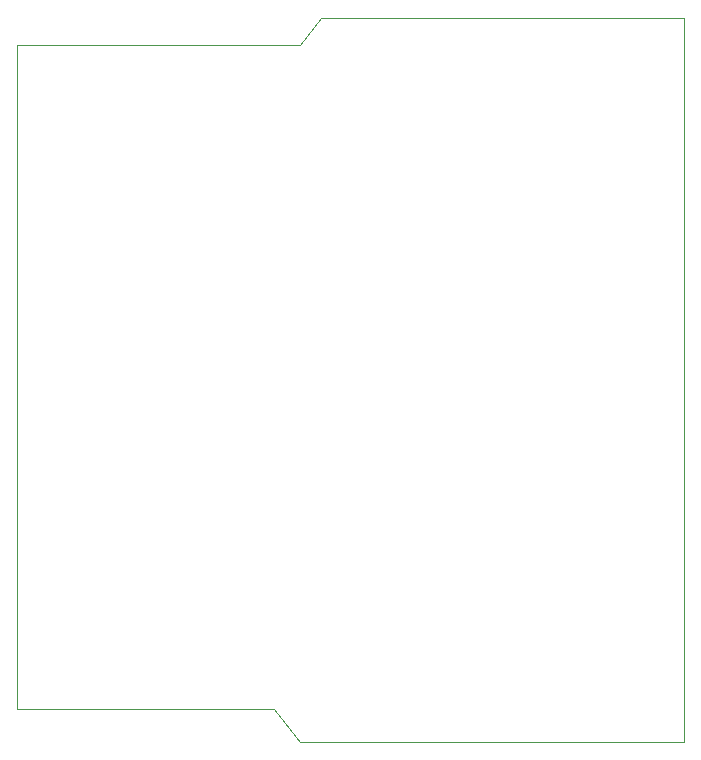
<source format=gm1>
G04 #@! TF.GenerationSoftware,KiCad,Pcbnew,8.0.0*
G04 #@! TF.CreationDate,2024-04-22T20:14:39-05:00*
G04 #@! TF.ProjectId,SensorModuleBase,53656e73-6f72-44d6-9f64-756c65426173,rev?*
G04 #@! TF.SameCoordinates,Original*
G04 #@! TF.FileFunction,Profile,NP*
%FSLAX46Y46*%
G04 Gerber Fmt 4.6, Leading zero omitted, Abs format (unit mm)*
G04 Created by KiCad (PCBNEW 8.0.0) date 2024-04-22 20:14:39*
%MOMM*%
%LPD*%
G01*
G04 APERTURE LIST*
G04 #@! TA.AperFunction,Profile*
%ADD10C,0.050000*%
G04 #@! TD*
G04 APERTURE END LIST*
D10*
X110750000Y-100000000D02*
X110750000Y-59750000D01*
X167250000Y-97500000D02*
X167250000Y-117500000D01*
X110750000Y-114750000D02*
X110750000Y-113500000D01*
X112500000Y-114750000D02*
X110750000Y-114750000D01*
X110750000Y-100000000D02*
X110750000Y-113500000D01*
X134500000Y-58500000D02*
X134750000Y-58500000D01*
X110750000Y-59750000D02*
X110750000Y-58500000D01*
X112500000Y-58500000D02*
X110750000Y-58500000D01*
X167250000Y-95000000D02*
X167250000Y-57500000D01*
X112500000Y-114750000D02*
X132500000Y-114750000D01*
X165000000Y-117500000D02*
X167250000Y-117500000D01*
X167250000Y-97500000D02*
X167250000Y-95000000D01*
X167250000Y-56250000D02*
X167250000Y-57500000D01*
X134750000Y-58500000D02*
X136500000Y-56250000D01*
X132500000Y-114750000D02*
X134750000Y-117500000D01*
X112500000Y-58500000D02*
X134500000Y-58500000D01*
X165000000Y-117500000D02*
X136250000Y-117500000D01*
X136500000Y-56250000D02*
X167250000Y-56250000D01*
X134750000Y-117500000D02*
X136250000Y-117500000D01*
M02*

</source>
